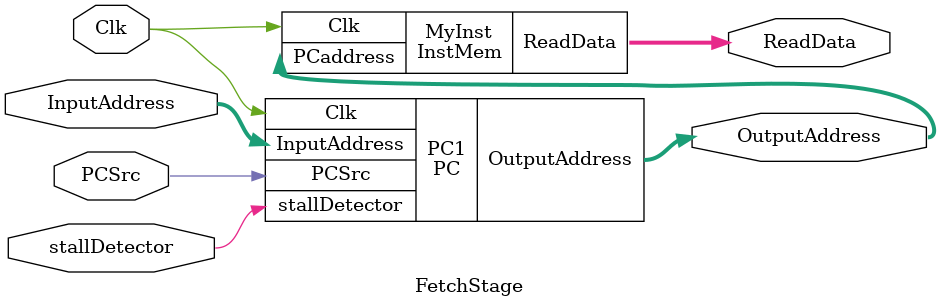
<source format=v>
module PC(Clk,InputAddress,PCSrc,OutputAddress,stallDetector);
input wire Clk; //Clk signal
input wire [31:0]InputAddress;  //The address that comes from DECODE stage
input wire PCSrc; 		//PCSrc signal that comes form DECODE stage
				//This signal decides whether the next PC address will be
				//the normal PC address , branch address or jump address
				//this done by using the PCSrc as a selector of mux its inputs
				//the jump/branch address or the normal address
				//in this code i didnt define a real mux module to do this
				//i just put a condition that act like a mux 
				//you will find it and understand it in the DECODE file

output reg [31:0]OutputAddress; //The nex PC address it may be the normal address (PC+4)
				//May be a jump address or branch address
/*reg [31:0] branchtable [0:256];
reg [31:0] labeltab [0:256]
reg branchprediction[0:256];
integar i;
initial
begin

end*/

input wire stallDetector;
	//stall Detector signal that comes from MIPS TOPMODULE

initial begin OutputAddress<=0; end //Initialize the output address to be 0 as simualtor intializes it with xxxxx   
         
always@(posedge Clk) //@ every posedge of Clk cycle we get anew PC address 
begin
if(PCSrc==1) begin OutputAddress<=(InputAddress+4); end //if PCSrc==1 means that i have a branch or jump
							//so the new PC will be the address of branching or jumping added to 4

else if(stallDetector==0) begin OutputAddress <= (OutputAddress); end
						//stall Detector=0 when it faces a stall situation
						//in stall in need to Prevent update of PC and IF/ID register
						//so the output address of PC still same 

else begin OutputAddress <= OutputAddress + 4; end //normal condition as the instructions are executed smoothly
						   //increase the current address by 4
end 

endmodule 

module InstMem(Clk,PCaddress,ReadData); //Instruction memory module

input wire Clk;  //Clk signal
input wire[31:0]PCaddress ; //the address that we want to read from Instruction Memory
output reg [31:0] ReadData; // the output data of instruction memory (the Instruction) 
parameter MemDepth = (2**8)-1; //the depth of instruction memory ,here it will be 256
reg [31:0] InstructionMem [0:MemDepth];//the width of instruction memory , here it will be 32

integer i;

initial begin 	
		//$readmemh("test.txt", InstructionMem); //Incase if you would to fill data instruction form outside txt file
		

		//for(i=0;i<(2**8);i=i+1) begin InstructionMem[i]<=0; end //initializing the instruction memory with zeroes
		
						///////////SAMPLE of TEST CASES///////////

		  /*InstructionMem[0]  <= 32'b10001110011100010000000000010100; //lw $s1, 20($s3)
		  InstructionMem[1]  <= 32'b10001110001010000000000000000000; //lw $t0, 0($s1) 
		  InstructionMem[2]  <= 32'b10001101000100100000000000000000; //lw $s2, 0($t0)*/ 
		
                  InstructionMem[0] <= 32'b100011_10000_010010000000000000000;   //lw $t1, 0($s0)
                  InstructionMem[1] <= 32'b000000_01001_10011_01010_00000100000;  //add $t2,$t1,$s3
                  InstructionMem[2] <= 32'b00010001001010100000000000000001;   //beq $t1,$t2,label
                  InstructionMem[3] <= 32'b00000010011100111000100000100000;   //add $s1,$s3,$s3
                  InstructionMem[4] <= 32'b00000010010100111000100000100000;   //label: add $s1,$s2,$s3
           
                  /*InstructionMem[0] <= 32'b100011_10000_01001_0000000000000000;   //lw $t1, 0($s0)
                  InstructionMem[1] <= 32'b100011_10000_01010_0000000000000000;   //lw $t2, 0($s0)
                  InstructionMem[2] <= 32'b000100_01001_01010_0000000000001010;   //beq $t1,$t2,label
                  InstructionMem[3] <= 32'b000000_10011_10011_10010_00000100000;   //add $s2,$s3,$s3
                  InstructionMem[13] <= 32'b000000_01001_01010_10001_00000100000;   //label: add $s1,$t1,$t2*/
                 

                  /*InstructionMem[0] <= 32'b100011_10000_01001_0000000000000000;   //lw $t1, 0($s0)
                  InstructionMem[1] <= 32'b101011_01010_01001_0000000000000000;   //sw $t1, 0($t2)
                  InstructionMem[2] <= 32'b100011_01010_01100_0000000000000000;   //lw $t4, 0($t2)
                  InstructionMem[3] <= 32'b000100_01001_01100_0000000000000001;   //beq $t1,$t4,label
                  InstructionMem[4] <= 32'b00000010011100111000100000100000;   //add $s1,$s3,$s3
                  InstructionMem[5] <= 32'b00000010010100111000100000100000;   //label: add $s1,$s2,$s3*/

		 /* InstructionMem[0] <= 32'b00000010010100111000100000100000;   //add $s1,$s2,$s3
                  InstructionMem[1] <= 32'b00000010100101011001100000100000;   //add $s3,$s4,$s5
                  InstructionMem[2] <= 32'b00000001001010100100000000100000;   //add $t0,$t1,$t2
                  InstructionMem[3] <= 32'b00010010001100100000000000001010;   //beq $s1,$s2,Loop
                  InstructionMem[4] <= 32'b00000000000000000000000000000000;   //nop
                  InstructionMem[5] <= 32'b00000000000000000000000000000000;   //nop
		  InstructionMem[14]<= 32'b00000001000010100100000000100000;  //Loop: add $t0,$t0,$t2*/

		/* InstructionMem[0] <= 32'b00000010100101011001000000100000;   //add $s2,$s4,$s5
                  InstructionMem[1] <= 32'b00000010010101101000100000100000;   //add $s1,$s2,$6
                  InstructionMem[2] <= 32'b00000001001010100100000000100000;   //add add $t0,$t1,$t2
                 InstructionMem[3] <= 32'b00010010001100100000000000001010;   //beq $s1,$s2,Loop
                  //InstructionMem[4] <= 32'b00000000000000000000000000000000;   //nop
                  //InstructionMem[5] <= 32'b00000000000000000000000000000000;   //nop
		  InstructionMem[14]<= 32'b00000001000010100100000000100000;  //Loop: add $t0,$t0,$t2*/

		/*InstructionMem[0] <= 32'b00000010100101011001000000100000;   //add $s2,$s4,$s5
		 InstructionMem[1] <= 32'b00000001001010100100000000100000;   //add $t0,$t1,$t2
                  InstructionMem[2] <= 32'b00000010010101101000100000100000;   //add $s1,$s2,$6
                 
                  InstructionMem[3] <= 32'b000100_10001_01000_0000000000001010;   //beq $s1,$t0,Loop
                  InstructionMem[4] <= 32'b00000000000000000000000000000000;   //nop
                  InstructionMem[5] <= 32'b00000000000000000000000000000000;   //nop
		  InstructionMem[14]<= 32'b00000001000010100100000000100000;  //Loop: add $t0,$t0,$t2*/

		  /*InstructionMem[0] <= 32'b10001110011100010000000000010100;   //lw $s1, 20($s3)
               InstructionMem[1] <= 32'b10001110001010000000000000000000;   //lw $t0,0($s1)
                  InstructionMem[2] <= 32'b10001101000100100000000000000000;   //lw $s2,0($t0)
                  InstructionMem[3] <= 32'b00000010010100011000000000100000;   //add $s0,$s2,$s1
                  //InstructionMem[4] <= 32'b00000000000000000000000000000000;   //nop*/

		/*  InstructionMem[0] <= 32'b00000010001100101000000000100000;   //add $s0,$s1,$s2
                  InstructionMem[1] <= 32'b00000010000100000100000000100000;   //add $t0,$s0,$s0
                  InstructionMem[2] <= 32'b00000001000100000100100000100000;   //add $t1,$t0,$s0
		  InstructionMem[3] <= 32'b10001110000010100000000000000000;   //lw $t2,0($s0)*/

		 /* InstructionMem[0] <= 32'b00000010100101011001000000100000;   //add $s2,$s4,$s5
                  InstructionMem[1] <= 32'b00000010010101101000100000100000;   //add $s1,$s2,$6
                  //InstructionMem[2] <= 32'b00000010010101101001100000100000;   //add $s3,$s2,$s6
                 // InstructionMem[2] <= 32'b000100_10001_10010_0000_0000_0000_1010;   //beq $s1,$s2,Loop
                  //InstructionMem[4] <= 32'b00000000000000000000000000000000;   //nop
                  //InstructionMem[5] <= 32'b00000000000000000000000000000000;   //nop
		//  InstructionMem[13]<= 32'b00000001000010100100000000100000;  //Loop: add $t0,$t0,$t2*/

		/* InstructionMem[1] <= 32'b00000010001100101000000000100000;   //add $s0,$s1,$s2
		 InstructionMem[2] <= 32'b10001110001010010000000000000000;   //lw $t1,0($s1)
                InstructionMem[3] <= 32'b00010001001010100000000000001011;   //beq $t1,$t2, Label
                 //InstructionMem[5] <= 32'b00000000000000000000000000000000;   //nop
                //  InstructionMem[4] <= 32'b00000000000000000000000000000000;   //nop
                  //InstructionMem[5] <= 32'b00000000000000000000000000000000;   //nop
		  InstructionMem[15]<= 32'b00000010000100101000000000100000;  //Label: add $s0,$s0,$s2*/

 		 /*InstructionMem[0] <= 32'b00000010100101011001000000100000;   //add $s2,$s4,$s5
                  InstructionMem[1] <= 32'b000000_10010_10110_1000100000100000;   //add $s1,$s2,$6
                  InstructionMem[2] <= 32'b000000_10010_10110_10011_00000100000;   //add $s3,$s2,$s6
                  InstructionMem[3] <= 32'b000100_10001_10011_0000000000001010;   //beq $s1,$s3,Loop
                  InstructionMem[4] <= 32'b00000000000000000000000000000000;   //nop
                  InstructionMem[5] <= 32'b00000000000000000000000000000000;   //nop
		  InstructionMem[14]<= 32'b00000001000010100100000000100000;  //Loop: add $t0,$t0,$t2*/

             	/* InstructionMem[0]<= 32'b00100010001100000000000000001010;  //addi $s0,$s1,10
		 InstructionMem[1]<= 32'b00100010000100100000000000010100;  //addi $s2,$s0,20*/

		  /*InstructionMem[0] <= 32'b10001110001010010000000000000000;   //lw $t1,0($s1)
		  InstructionMem[1] <= 32'b00000010001100100101000000100000;   //add $t2,$s1,$s2
                  InstructionMem[2] <= 32'b00010001001010100000000000001011;   //beq $t1,$t2, Label
                  InstructionMem[3] <= 32'b000000_10010_10110_10011_00000100000;   //add $s3,$s2,$s6
                //  InstructionMem[4] <= 32'b00000000000000000000000000000000;   //nop
                  //InstructionMem[5] <= 32'b00000000000000000000000000000000;   //nop
		  InstructionMem[14]<= 32'b00000010000100101000000000100000;  //Label: add $s0,$s0,$s2*/

		 /*InstructionMem[1]<= 32'b000011_00000000000000000000010011;  //jal L
		 InstructionMem[20]<=32'b000000_10001_10010_10000_00000100000;  //add $s0,$s1,$s2 de 3awza 200ns leh?*/

		/*InstructionMem[1]<= 32'b00000001011011000110100000100000;  //add $t5,$t3,$t4
		 InstructionMem[2]<=32'b00000001101000000000000000001000;  //jr $t5
		 InstructionMem[3]<=32'b00000010001100100101000000100000;   //add $t2,$s1,$s2
		InstructionMem[20]<=32'b00000010001100101000000000100000;  //add $s0,$s1,$s2  // de 3awza 180ns*/

		/*InstructionMem[1]<= 32'b10001111000011010000000000000000;  //lw $t5,0($t8)
		 InstructionMem[2]<=32'b00000001101000000000000000001000;  //jr $t5
		 InstructionMem[3]<=32'b00000010001100100101000000100000;   //add $t2,$s1,$s2
		InstructionMem[20]<=32'b00000010001100101000000000100000;  //add $s0,$s1,$s2  // de 3awza 200ns*/

		//InstructionMem[1]<= 32'b00111100000100000000000000110010; //lui $s0,50

		//InstructionMem[1]<= 32'b00000010011100101000100000_101010; //sgt $s1,$s2,$s3 NOT Suported

		//InstructionMem[1]<= 32'b00000000000010100100101010000000;

		//InstructionMem[1]<= 32'b00100001000010000000000000000001;//addi $t0,$t0,1 overflow detection

		 /* InstructionMem[0] <= 32'b00000010001100101001100000100000;   //add $s3,$s1,$s2
		  InstructionMem[1] <= 32'b00000010001100111000100000100000;   //add $s1,$s1,$s3
                  InstructionMem[2] <= 32'b00010110001100000000000000001011;   //bne $s1,$s0,Label
                  InstructionMem[3] <= 32'b000000_10010_10110_10011_00000100000;   //add $s3,$s2,$s6
                //  InstructionMem[4] <= 32'b00000000000000000000000000000000;   //nop
                  //InstructionMem[5] <= 32'b00000000000000000000000000000000;   //nop
		  InstructionMem[14]<= 32'b10001110010010000000000000000000;  //Label:lw $t0,0($s2)*/


end


initial begin ReadData<=0; end//Initialize the ReadData (the instruction) to be 0 as simualtor intializes it with xxxxx   
         
always @(negedge Clk) begin ReadData <= InstructionMem[PCaddress>>2];end //Read from InstMem @ negedge
									 //each cycle the output is a new instruction 
									 //or the same instruction in case of stalling

endmodule

module FetchStage(Clk,ReadData,InputAddress,OutputAddress,PCSrc,stallDetector);//Top Module of Fetch stage

input wire Clk; //Clk signal

output wire [31:0]ReadData;//instruction readed

input wire [31:0]InputAddress;//the input address of the PC module (the new address that i will branch or jump in case they are found )

input wire PCSrc;	//PCSrc signal that comes form DECODE stage, its explained before

output wire [31:0]OutputAddress; //the output address of PC module (the current PC address)

input wire stallDetector; //stall Detector signal that comes from MIPS TOPMODULE , its explained there

PC PC1(Clk,InputAddress,PCSrc,OutputAddress,stallDetector);//definig an instant of PC module

InstMem MyInst(Clk,OutputAddress,ReadData);//definig an instant of Instruction memory module
endmodule



</source>
